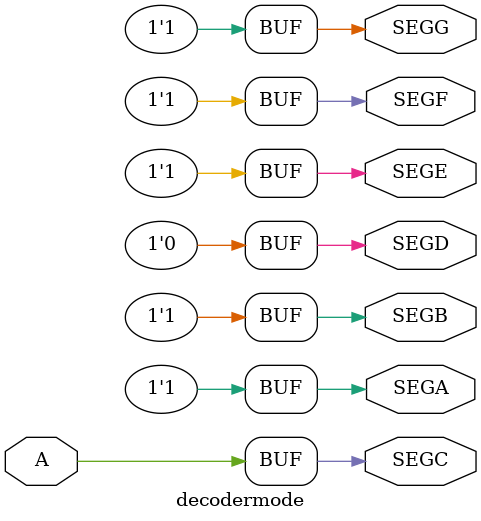
<source format=v>
module decodermode (
	A,
	SEGA, SEGB, SEGC, SEGD, SEGE, SEGF, SEGG
);

	input
	A;
	
	output
	SEGA, SEGB, SEGC, SEGD, SEGE, SEGF, SEGG;
	

or(SEGA, 1'b1);
or(SEGB, 1'b1);
or(SEGC, A);
or(SEGD, 1'b0);
or(SEGE, 1'b1);
or(SEGF, 1'b1);
or(SEGG, 1'b1);

endmodule

</source>
